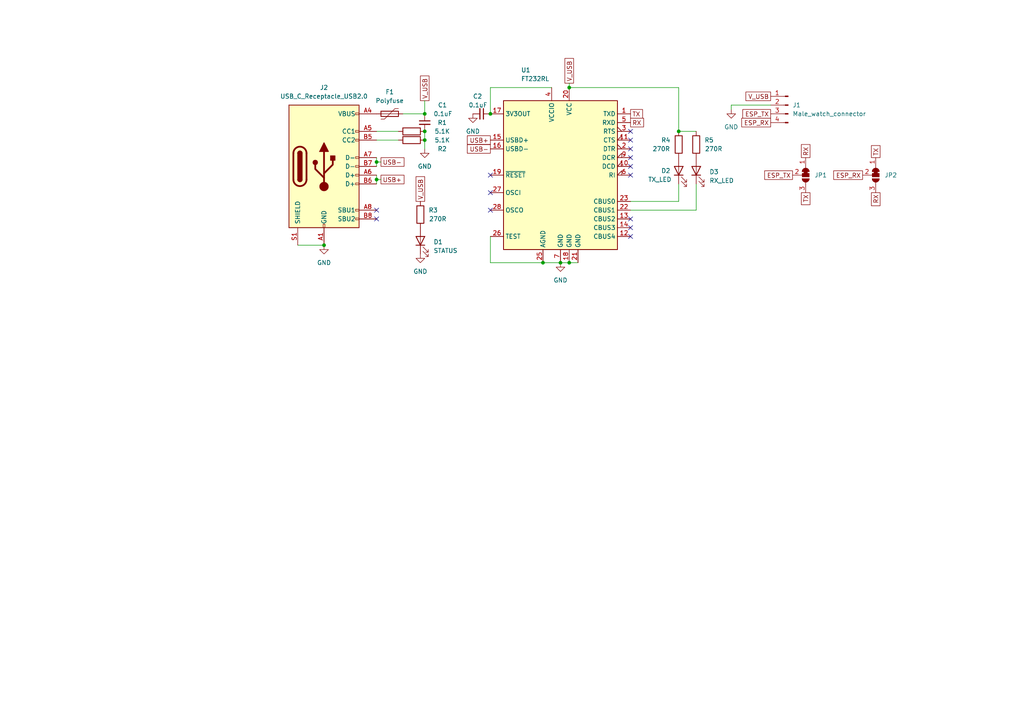
<source format=kicad_sch>
(kicad_sch (version 20211123) (generator eeschema)
  (paper "A4")
  (lib_symbols
    (symbol "Connector:Conn_01x04_Male" (pin_names (offset 1.016) hide)
      (property "Reference" "J" (at 0 5.08 0))
      (property "Value" "Conn_01x04_Male" (at 0 -7.62 0))
      (symbol "Conn_01x04_Male_1_1"
        (polyline (pts (xy 1.27 -5.08) (xy 0.8636 -5.08)) (stroke (width 0.1524)))
        (polyline (pts (xy 1.27 -2.54) (xy 0.8636 -2.54)) (stroke (width 0.1524)))
        (polyline (pts (xy 1.27 0) (xy 0.8636 0)) (stroke (width 0.1524)))
        (polyline (pts (xy 1.27 2.54) (xy 0.8636 2.54)) (stroke (width 0.1524)))
        (rectangle (start 0.8636 -4.953) (end 0 -5.207) (stroke (width 0.1524)) (fill (type outline)))
        (rectangle (start 0.8636 -2.413) (end 0 -2.667) (stroke (width 0.1524)) (fill (type outline)))
        (rectangle (start 0.8636 0.127) (end 0 -0.127) (stroke (width 0.1524)) (fill (type outline)))
        (rectangle (start 0.8636 2.667) (end 0 2.413) (stroke (width 0.1524)) (fill (type outline)))
        (pin passive line (at 5.08 2.54 180) (length 3.81) (name "Pin_1") (number "1"))
        (pin passive line (at 5.08 0 180) (length 3.81) (name "Pin_2") (number "2"))
        (pin passive line (at 5.08 -2.54 180) (length 3.81) (name "Pin_3") (number "3"))
        (pin passive line (at 5.08 -5.08 180) (length 3.81) (name "Pin_4") (number "4"))
      )
    )
    (symbol "Connector:USB_C_Receptacle_USB2.0" (pin_names (offset 1.016))
      (property "Reference" "J" (at -10.16 19.05 0))
      (property "Value" "USB_C_Receptacle_USB2.0" (at 19.05 19.05 0))
      (symbol "USB_C_Receptacle_USB2.0_0_0"
        (rectangle (start -0.254 -17.78) (end 0.254 -16.764))
        (rectangle (start 10.16 -14.986) (end 9.144 -15.494))
        (rectangle (start 10.16 -12.446) (end 9.144 -12.954))
        (rectangle (start 10.16 -4.826) (end 9.144 -5.334))
        (rectangle (start 10.16 -2.286) (end 9.144 -2.794))
        (rectangle (start 10.16 0.254) (end 9.144 -0.254))
        (rectangle (start 10.16 2.794) (end 9.144 2.286))
        (rectangle (start 10.16 7.874) (end 9.144 7.366))
        (rectangle (start 10.16 10.414) (end 9.144 9.906))
        (rectangle (start 10.16 15.494) (end 9.144 14.986))
      )
      (symbol "USB_C_Receptacle_USB2.0_0_1"
        (rectangle (start -10.16 17.78) (end 10.16 -17.78) (stroke (width 0.254)) (fill (type background)))
        (arc (start -8.89 -3.81) (mid -6.985 -5.715) (end -5.08 -3.81) (stroke (width 0.508)))
        (arc (start -7.62 -3.81) (mid -6.985 -4.445) (end -6.35 -3.81) (stroke (width 0.254)))
        (arc (start -7.62 -3.81) (mid -6.985 -4.445) (end -6.35 -3.81) (stroke (width 0.254)) (fill (type outline)))
        (rectangle (start -7.62 -3.81) (end -6.35 3.81) (stroke (width 0.254)) (fill (type outline)))
        (arc (start -6.35 3.81) (mid -6.985 4.445) (end -7.62 3.81) (stroke (width 0.254)))
        (arc (start -6.35 3.81) (mid -6.985 4.445) (end -7.62 3.81) (stroke (width 0.254)) (fill (type outline)))
        (arc (start -5.08 3.81) (mid -6.985 5.715) (end -8.89 3.81) (stroke (width 0.508)))
        (circle (center -2.54 1.143) (radius 0.635) (stroke (width 0.254)) (fill (type outline)))
        (circle (center 0 -5.842) (radius 1.27) (fill (type outline)))
        (polyline (pts (xy -8.89 -3.81) (xy -8.89 3.81)) (stroke (width 0.508)))
        (polyline (pts (xy -5.08 3.81) (xy -5.08 -3.81)) (stroke (width 0.508)))
        (polyline (pts (xy 0 -5.842) (xy 0 4.318)) (stroke (width 0.508)))
        (polyline (pts (xy 0 -3.302) (xy -2.54 -0.762) (xy -2.54 0.508)) (stroke (width 0.508)))
        (polyline (pts (xy 0 -2.032) (xy 2.54 0.508) (xy 2.54 1.778)) (stroke (width 0.508)))
        (polyline (pts (xy -1.27 4.318) (xy 0 6.858) (xy 1.27 4.318) (xy -1.27 4.318)) (stroke (width 0.254)) (fill (type outline)))
        (rectangle (start 1.905 1.778) (end 3.175 3.048) (stroke (width 0.254)) (fill (type outline)))
      )
      (symbol "USB_C_Receptacle_USB2.0_1_1"
        (pin passive line (at 0 -22.86 90) (length 5.08) (name "GND") (number "A1"))
        (pin passive line (at 0 -22.86 90) (length 5.08) hide (name "GND") (number "A12"))
        (pin passive line (at 15.24 15.24 180) (length 5.08) (name "VBUS") (number "A4"))
        (pin bidirectional line (at 15.24 10.16 180) (length 5.08) (name "CC1") (number "A5"))
        (pin bidirectional line (at 15.24 -2.54 180) (length 5.08) (name "D+") (number "A6"))
        (pin bidirectional line (at 15.24 2.54 180) (length 5.08) (name "D-") (number "A7"))
        (pin bidirectional line (at 15.24 -12.7 180) (length 5.08) (name "SBU1") (number "A8"))
        (pin passive line (at 15.24 15.24 180) (length 5.08) hide (name "VBUS") (number "A9"))
        (pin passive line (at 0 -22.86 90) (length 5.08) hide (name "GND") (number "B1"))
        (pin passive line (at 0 -22.86 90) (length 5.08) hide (name "GND") (number "B12"))
        (pin passive line (at 15.24 15.24 180) (length 5.08) hide (name "VBUS") (number "B4"))
        (pin bidirectional line (at 15.24 7.62 180) (length 5.08) (name "CC2") (number "B5"))
        (pin bidirectional line (at 15.24 -5.08 180) (length 5.08) (name "D+") (number "B6"))
        (pin bidirectional line (at 15.24 0 180) (length 5.08) (name "D-") (number "B7"))
        (pin bidirectional line (at 15.24 -15.24 180) (length 5.08) (name "SBU2") (number "B8"))
        (pin passive line (at 15.24 15.24 180) (length 5.08) hide (name "VBUS") (number "B9"))
        (pin passive line (at -7.62 -22.86 90) (length 5.08) (name "SHIELD") (number "S1"))
      )
    )
    (symbol "Device:C_Small" (pin_numbers hide) (pin_names (offset 0.254) hide)
      (property "Reference" "C" (at 0.254 1.778 0))
      (property "Value" "C_Small" (at 0.254 -2.032 0))
      (symbol "C_Small_0_1"
        (polyline (pts (xy -1.524 -0.508) (xy 1.524 -0.508)) (stroke (width 0.3302)))
        (polyline (pts (xy -1.524 0.508) (xy 1.524 0.508)) (stroke (width 0.3048)))
      )
      (symbol "C_Small_1_1"
        (pin passive line (at 0 2.54 270) (length 2.032) (name "~") (number "1"))
        (pin passive line (at 0 -2.54 90) (length 2.032) (name "~") (number "2"))
      )
    )
    (symbol "Device:LED" (pin_numbers hide) (pin_names (offset 1.016) hide)
      (property "Reference" "D" (at 0 2.54 0))
      (property "Value" "LED" (at 0 -2.54 0))
      (symbol "LED_0_1"
        (polyline (pts (xy -1.27 -1.27) (xy -1.27 1.27)) (stroke (width 0.254)))
        (polyline (pts (xy -1.27 0) (xy 1.27 0)))
        (polyline (pts (xy 1.27 -1.27) (xy 1.27 1.27) (xy -1.27 0) (xy 1.27 -1.27)) (stroke (width 0.254)))
        (polyline (pts (xy -3.048 -0.762) (xy -4.572 -2.286) (xy -3.81 -2.286) (xy -4.572 -2.286) (xy -4.572 -1.524)))
        (polyline (pts (xy -1.778 -0.762) (xy -3.302 -2.286) (xy -2.54 -2.286) (xy -3.302 -2.286) (xy -3.302 -1.524)))
      )
      (symbol "LED_1_1"
        (pin passive line (at -3.81 0 0) (length 2.54) (name "K") (number "1"))
        (pin passive line (at 3.81 0 180) (length 2.54) (name "A") (number "2"))
      )
    )
    (symbol "Device:Polyfuse" (pin_numbers hide) (pin_names (offset 0))
      (property "Reference" "F" (at -2.54 0 90))
      (property "Value" "Polyfuse" (at 2.54 0 90))
      (symbol "Polyfuse_0_1"
        (rectangle (start -0.762 2.54) (end 0.762 -2.54) (stroke (width 0.254)))
        (polyline (pts (xy 0 2.54) (xy 0 -2.54)))
        (polyline (pts (xy -1.524 2.54) (xy -1.524 1.524) (xy 1.524 -1.524) (xy 1.524 -2.54)))
      )
      (symbol "Polyfuse_1_1"
        (pin passive line (at 0 3.81 270) (length 1.27) (name "~") (number "1"))
        (pin passive line (at 0 -3.81 90) (length 1.27) (name "~") (number "2"))
      )
    )
    (symbol "Device:R" (pin_numbers hide) (pin_names (offset 0))
      (property "Reference" "R" (at 2.032 0 90))
      (property "Value" "R" (at 0 0 90))
      (symbol "R_0_1"
        (rectangle (start -1.016 -2.54) (end 1.016 2.54) (stroke (width 0.254)))
      )
      (symbol "R_1_1"
        (pin passive line (at 0 3.81 270) (length 1.27) (name "~") (number "1"))
        (pin passive line (at 0 -3.81 90) (length 1.27) (name "~") (number "2"))
      )
    )
    (symbol "Interface_USB:FT232RL"
      (property "Reference" "U" (at -16.51 22.86 0))
      (property "Value" "FT232RL" (at 10.16 22.86 0))
      (symbol "FT232RL_0_1"
        (rectangle (start -16.51 21.59) (end 16.51 -21.59) (stroke (width 0.254)) (fill (type background)))
      )
      (symbol "FT232RL_1_1"
        (pin output line (at 20.32 17.78 180) (length 3.81) (name "TXD") (number "1"))
        (pin input input_low (at 20.32 2.54 180) (length 3.81) (name "DCD") (number "10"))
        (pin input input_low (at 20.32 10.16 180) (length 3.81) (name "CTS") (number "11"))
        (pin bidirectional line (at 20.32 -17.78 180) (length 3.81) (name "CBUS4") (number "12"))
        (pin bidirectional line (at 20.32 -12.7 180) (length 3.81) (name "CBUS2") (number "13"))
        (pin bidirectional line (at 20.32 -15.24 180) (length 3.81) (name "CBUS3") (number "14"))
        (pin bidirectional line (at -20.32 10.16 0) (length 3.81) (name "USBD+") (number "15"))
        (pin bidirectional line (at -20.32 7.62 0) (length 3.81) (name "USBD-") (number "16"))
        (pin power_out line (at -20.32 17.78 0) (length 3.81) (name "3V3OUT") (number "17"))
        (pin power_in line (at 2.54 -25.4 90) (length 3.81) (name "GND") (number "18"))
        (pin input line (at -20.32 0 0) (length 3.81) (name "~{RESET}") (number "19"))
        (pin output output_low (at 20.32 7.62 180) (length 3.81) (name "DTR") (number "2"))
        (pin power_in line (at 2.54 25.4 270) (length 3.81) (name "VCC") (number "20"))
        (pin power_in line (at 5.08 -25.4 90) (length 3.81) (name "GND") (number "21"))
        (pin bidirectional line (at 20.32 -10.16 180) (length 3.81) (name "CBUS1") (number "22"))
        (pin bidirectional line (at 20.32 -7.62 180) (length 3.81) (name "CBUS0") (number "23"))
        (pin power_in line (at -5.08 -25.4 90) (length 3.81) (name "AGND") (number "25"))
        (pin input line (at -20.32 -17.78 0) (length 3.81) (name "TEST") (number "26"))
        (pin input line (at -20.32 -5.08 0) (length 3.81) (name "OSCI") (number "27"))
        (pin output line (at -20.32 -10.16 0) (length 3.81) (name "OSCO") (number "28"))
        (pin output output_low (at 20.32 12.7 180) (length 3.81) (name "RTS") (number "3"))
        (pin power_in line (at -2.54 25.4 270) (length 3.81) (name "VCCIO") (number "4"))
        (pin input line (at 20.32 15.24 180) (length 3.81) (name "RXD") (number "5"))
        (pin input input_low (at 20.32 0 180) (length 3.81) (name "RI") (number "6"))
        (pin power_in line (at 0 -25.4 90) (length 3.81) (name "GND") (number "7"))
        (pin input input_low (at 20.32 5.08 180) (length 3.81) (name "DCR") (number "9"))
      )
    )
    (symbol "Jumper:SolderJumper_3_Bridged12" (pin_names (offset 0) hide)
      (property "Reference" "JP" (at -2.54 -2.54 0))
      (property "Value" "SolderJumper_3_Bridged12" (at 0 2.794 0))
      (symbol "SolderJumper_3_Bridged12_0_1"
        (rectangle (start -1.016 0.508) (end -0.508 -0.508) (fill (type outline)))
        (arc (start -1.016 1.016) (mid -2.032 0) (end -1.016 -1.016))
        (arc (start -1.016 1.016) (mid -2.032 0) (end -1.016 -1.016) (fill (type outline)))
        (rectangle (start -0.508 1.016) (end 0.508 -1.016) (fill (type outline)))
        (polyline (pts (xy -2.54 0) (xy -2.032 0)))
        (polyline (pts (xy -1.016 1.016) (xy -1.016 -1.016)))
        (polyline (pts (xy 0 -1.27) (xy 0 -1.016)))
        (polyline (pts (xy 1.016 1.016) (xy 1.016 -1.016)))
        (polyline (pts (xy 2.54 0) (xy 2.032 0)))
        (arc (start 1.016 -1.016) (mid 2.032 0) (end 1.016 1.016))
        (arc (start 1.016 -1.016) (mid 2.032 0) (end 1.016 1.016) (fill (type outline)))
      )
      (symbol "SolderJumper_3_Bridged12_1_1"
        (pin passive line (at -5.08 0 0) (length 2.54) (name "A") (number "1"))
        (pin passive line (at 0 -3.81 90) (length 2.54) (name "C") (number "2"))
        (pin passive line (at 5.08 0 180) (length 2.54) (name "B") (number "3"))
      )
    )
    (symbol "power:GND" (power) (pin_names (offset 0))
      (property "Value" "GND" (at 0 -3.81 0))
      (symbol "GND_0_1"
        (polyline (pts (xy 0 0) (xy 0 -1.27) (xy 1.27 -1.27) (xy 0 -2.54) (xy -1.27 -1.27) (xy 0 -1.27)))
      )
      (symbol "GND_1_1"
        (pin power_in line (at 0 0 270) (length 0) hide (name "GND") (number "1"))
      )
    )
  )
  (junction (at 157.48 76.2))
  (junction (at 142.24 33.02))
  (junction (at 165.1 76.2))
  (junction (at 123.19 38.1))
  (junction (at 123.19 33.02))
  (junction (at 165.1 25.4))
  (junction (at 93.98 71.12))
  (junction (at 162.56 76.2))
  (junction (at 109.22 52.07))
  (junction (at 109.22 46.99))
  (junction (at 196.85 38.1))
  (junction (at 123.19 40.64))
  (no_connect (at 109.22 63.5))
  (no_connect (at 109.22 60.96))
  (no_connect (at 142.24 60.96))
  (no_connect (at 142.24 55.88))
  (no_connect (at 142.24 50.8))
  (no_connect (at 182.88 63.5))
  (no_connect (at 182.88 66.04))
  (no_connect (at 182.88 68.58))
  (no_connect (at 182.88 50.8))
  (no_connect (at 182.88 48.26))
  (no_connect (at 182.88 45.72))
  (no_connect (at 182.88 43.18))
  (no_connect (at 182.88 40.64))
  (no_connect (at 182.88 38.1))
  (wire (pts (xy 115.57 38.1) (xy 109.22 38.1)))
  (wire (pts (xy 109.22 40.64) (xy 115.57 40.64)))
  (wire (pts (xy 212.09 30.48) (xy 212.09 31.75)))
  (wire (pts (xy 109.22 52.07) (xy 110.49 52.07)))
  (wire (pts (xy 165.1 76.2) (xy 167.64 76.2)))
  (wire (pts (xy 109.22 50.8) (xy 109.22 52.07)))
  (wire (pts (xy 201.93 60.96) (xy 201.93 53.34)))
  (wire (pts (xy 160.02 25.4) (xy 142.24 25.4)))
  (wire (pts (xy 182.88 60.96) (xy 201.93 60.96)))
  (wire (pts (xy 142.24 25.4) (xy 142.24 33.02)))
  (wire (pts (xy 123.19 38.1) (xy 123.19 40.64)))
  (wire (pts (xy 196.85 53.34) (xy 196.85 58.42)))
  (wire (pts (xy 109.22 45.72) (xy 109.22 46.99)))
  (wire (pts (xy 157.48 76.2) (xy 162.56 76.2)))
  (wire (pts (xy 109.22 46.99) (xy 110.49 46.99)))
  (wire (pts (xy 165.1 24.13) (xy 165.1 25.4)))
  (wire (pts (xy 142.24 76.2) (xy 157.48 76.2)))
  (wire (pts (xy 165.1 25.4) (xy 196.85 25.4)))
  (wire (pts (xy 109.22 46.99) (xy 109.22 48.26)))
  (wire (pts (xy 162.56 76.2) (xy 165.1 76.2)))
  (wire (pts (xy 123.19 33.02) (xy 123.19 29.21)))
  (wire (pts (xy 116.84 33.02) (xy 123.19 33.02)))
  (wire (pts (xy 142.24 68.58) (xy 142.24 76.2)))
  (wire (pts (xy 196.85 25.4) (xy 196.85 38.1)))
  (wire (pts (xy 109.22 52.07) (xy 109.22 53.34)))
  (wire (pts (xy 223.52 30.48) (xy 212.09 30.48)))
  (wire (pts (xy 123.19 43.18) (xy 123.19 40.64)))
  (wire (pts (xy 196.85 58.42) (xy 182.88 58.42)))
  (wire (pts (xy 196.85 38.1) (xy 201.93 38.1)))
  (wire (pts (xy 86.36 71.12) (xy 93.98 71.12)))
  (global_label "V_USB" (shape passive) (at 165.1 24.13 90) (property "Intersheet References" "${INTERSHEET_REFS}" (effects hide)))
  (global_label "ESP_TX" (shape passive) (at 229.87 50.8 180) (property "Intersheet References" "${INTERSHEET_REFS}" (effects hide)))
  (global_label "USB+" (shape passive) (at 142.24 40.64 180) (property "Intersheet References" "${INTERSHEET_REFS}" (effects hide)))
  (global_label "RX" (shape passive) (at 182.88 35.56 0) (property "Intersheet References" "${INTERSHEET_REFS}" (effects hide)))
  (global_label "ESP_RX" (shape passive) (at 250.19 50.8 180) (property "Intersheet References" "${INTERSHEET_REFS}" (effects hide)))
  (global_label "ESP_RX" (shape passive) (at 223.52 35.56 180) (property "Intersheet References" "${INTERSHEET_REFS}" (effects hide)))
  (global_label "ESP_TX" (shape passive) (at 223.52 33.02 180) (property "Intersheet References" "${INTERSHEET_REFS}" (effects hide)))
  (global_label "TX" (shape passive) (at 254 45.72 90) (property "Intersheet References" "${INTERSHEET_REFS}" (effects hide)))
  (global_label "TX" (shape passive) (at 182.88 33.02 0) (property "Intersheet References" "${INTERSHEET_REFS}" (effects hide)))
  (global_label "RX" (shape passive) (at 233.68 45.72 90) (property "Intersheet References" "${INTERSHEET_REFS}" (effects hide)))
  (global_label "V_USB" (shape passive) (at 123.19 29.21 90) (property "Intersheet References" "${INTERSHEET_REFS}" (effects hide)))
  (global_label "V_USB" (shape passive) (at 223.52 27.94 180) (property "Intersheet References" "${INTERSHEET_REFS}" (effects hide)))
  (global_label "TX" (shape passive) (at 233.68 55.88 270) (property "Intersheet References" "${INTERSHEET_REFS}" (effects hide)))
  (global_label "USB-" (shape passive) (at 142.24 43.18 180) (property "Intersheet References" "${INTERSHEET_REFS}" (effects hide)))
  (global_label "V_USB" (shape passive) (at 121.92 58.42 90) (property "Intersheet References" "${INTERSHEET_REFS}" (effects hide)))
  (global_label "RX" (shape passive) (at 254 55.88 270) (property "Intersheet References" "${INTERSHEET_REFS}" (effects hide)))
  (global_label "USB-" (shape passive) (at 110.49 46.99 0) (property "Intersheet References" "${INTERSHEET_REFS}" (effects hide)))
  (global_label "USB+" (shape passive) (at 110.49 52.07 0) (property "Intersheet References" "${INTERSHEET_REFS}" (effects hide)))
  (symbol (lib_id "Device:C_Small") (at 123.19 35.56 0) (unit 1)
    (property "Reference" "C1" (at 127 30.48 0) (effects (justify left)))
    (property "Value" "0.1uF" (at 125.73 33.02 0) (effects (justify left)))
    (property "Footprint" "Capacitor_SMD:C_0402_1005Metric" (effects hide))
    (property "MPN_LCSC" "C258109" (effects hide))
    (property "Price_LCSC" "0.0005" (effects hide))
    (property "LCSCLink" "https://lcsc.com/product-detail/Chip-Resistor-Surface-Mount_FH-Guangdong-Fenghua-Advanced-Tech-RC-02W101JT_C258109.html" (effects hide))
  )
  (symbol (lib_id "Jumper:SolderJumper_3_Bridged12") (at 254 50.8 270) (unit 1)
    (property "Reference" "JP2" (at 256.54 50.7999 90) (effects (justify left)))
    (property "Value" "SolderJumper_3_Bridged12" (effects hide))
    (property "Footprint" "Jumper:SolderJumper-3_P1.3mm_Bridged2Bar12_RoundedPad1.0x1.5mm" (effects hide))
  )
  (symbol (lib_id "Device:R") (at 119.38 40.64 270) (unit 1)
    (property "Reference" "R2" (at 128.27 43.18 90))
    (property "Value" "5.1K" (at 128.27 40.64 90))
    (property "Footprint" "Resistor_SMD:R_0402_1005Metric" (effects hide))
  )
  (symbol (lib_id "Interface_USB:FT232RL") (at 162.56 50.8 0) (unit 1)
    (property "Reference" "U1" (at 151.13 20.32 0) (effects (justify left)))
    (property "Value" "FT232RL" (at 151.13 22.86 0) (effects (justify left)))
    (property "Footprint" "Package_SO:SSOP-28_5.3x10.2mm_P0.65mm" (effects hide))
    (property "Datasheet" "https://www.ftdichip.com/Support/Documents/DataSheets/ICs/DS_FT232R.pdf" (effects hide))
  )
  (symbol (lib_id "Device:R") (at 196.85 41.91 0) (unit 1)
    (property "Reference" "R4" (at 191.77 40.64 0) (effects (justify left)))
    (property "Value" "270R" (at 189.23 43.18 0) (effects (justify left)))
    (property "Footprint" "Resistor_SMD:R_0402_1005Metric" (effects hide))
  )
  (symbol (lib_id "power:GND") (at 212.09 31.75 0) (unit 1)
    (property "Reference" "#PWR0106" (effects hide))
    (property "Value" "GND" (at 212.09 36.83 0))
  )
  (symbol (lib_id "Device:Polyfuse") (at 113.03 33.02 90) (unit 1)
    (property "Reference" "F1" (at 113.03 26.67 90))
    (property "Value" "Polyfuse" (at 113.03 29.21 90))
    (property "Footprint" "Fuse:Fuse_0603_1608Metric" (effects hide))
  )
  (symbol (lib_id "power:GND") (at 137.16 33.02 0) (unit 1)
    (property "Reference" "#PWR0104" (effects hide))
    (property "Value" "GND" (at 137.16 38.1 0))
  )
  (symbol (lib_id "Device:R") (at 201.93 41.91 0) (mirror y) (unit 1)
    (property "Reference" "R5" (at 207.01 40.64 0) (effects (justify left)))
    (property "Value" "270R" (at 209.55 43.18 0) (effects (justify left)))
    (property "Footprint" "Resistor_SMD:R_0402_1005Metric" (effects hide))
  )
  (symbol (lib_id "Device:R") (at 121.92 62.23 0) (mirror y) (unit 1)
    (property "Reference" "R3" (at 127 60.96 0) (effects (justify left)))
    (property "Value" "270R" (at 129.54 63.5 0) (effects (justify left)))
    (property "Footprint" "Resistor_SMD:R_0402_1005Metric" (effects hide))
  )
  (symbol (lib_id "Device:LED") (at 121.92 69.85 90) (unit 1)
    (property "Reference" "D1" (at 125.73 70.1674 90) (effects (justify right)))
    (property "Value" "STATUS" (at 125.73 72.7074 90) (effects (justify right)))
    (property "Footprint" "LED_SMD:LED_0603_1608Metric" (effects hide))
  )
  (symbol (lib_id "power:GND") (at 123.19 43.18 0) (unit 1)
    (property "Reference" "#PWR0101" (effects hide))
    (property "Value" "GND" (at 123.19 48.26 0))
  )
  (symbol (lib_id "Device:R") (at 119.38 38.1 90) (unit 1)
    (property "Reference" "R1" (at 128.27 35.56 90))
    (property "Value" "5.1K" (at 128.27 38.1 90))
    (property "Footprint" "Resistor_SMD:R_0402_1005Metric" (effects hide))
  )
  (symbol (lib_id "Jumper:SolderJumper_3_Bridged12") (at 233.68 50.8 270) (unit 1)
    (property "Reference" "JP1" (at 236.22 50.7999 90) (effects (justify left)))
    (property "Value" "SolderJumper_3_Bridged12" (effects hide))
    (property "Footprint" "Jumper:SolderJumper-3_P1.3mm_Bridged2Bar12_RoundedPad1.0x1.5mm" (effects hide))
  )
  (symbol (lib_id "Connector:USB_C_Receptacle_USB2.0") (at 93.98 48.26 0) (unit 1)
    (property "Reference" "J2" (at 93.98 25.4 0))
    (property "Value" "USB_C_Receptacle_USB2.0" (at 93.98 27.94 0))
    (property "Footprint" "Connector_USB:USB_C_Receptacle_XKB_U262-16XN-4BVC11" (effects hide))
    (property "Datasheet" "https://www.usb.org/sites/default/files/documents/usb_type-c.zip" (effects hide))
  )
  (symbol (lib_id "power:GND") (at 121.92 73.66 0) (unit 1)
    (property "Reference" "#PWR0103" (effects hide))
    (property "Value" "GND" (at 121.92 78.74 0))
  )
  (symbol (lib_id "power:GND") (at 93.98 71.12 0) (unit 1)
    (property "Reference" "#PWR0102" (effects hide))
    (property "Value" "GND" (at 93.98 76.2 0))
  )
  (symbol (lib_id "Connector:Conn_01x04_Male") (at 228.6 30.48 0) (mirror y) (unit 1)
    (property "Reference" "J1" (at 229.87 30.4799 0) (effects (justify right)))
    (property "Value" "Male_watch_connector" (at 229.87 33.0199 0) (effects (justify right)))
    (property "Footprint" "Connector_PinHeader_2.54mm:PinHeader_1x04_P2.54mm_Vertical" (effects hide))
  )
  (symbol (lib_id "Device:LED") (at 201.93 49.53 90) (unit 1)
    (property "Reference" "D3" (at 205.74 49.8474 90) (effects (justify right)))
    (property "Value" "RX_LED" (at 205.74 52.3874 90) (effects (justify right)))
    (property "Footprint" "LED_SMD:LED_0603_1608Metric" (effects hide))
  )
  (symbol (lib_id "Device:LED") (at 196.85 49.53 90) (unit 1)
    (property "Reference" "D2" (at 191.77 49.53 90) (effects (justify right)))
    (property "Value" "TX_LED" (at 187.96 52.07 90) (effects (justify right)))
    (property "Footprint" "LED_SMD:LED_0603_1608Metric" (effects hide))
  )
  (symbol (lib_id "Device:C_Small") (at 139.7 33.02 270) (unit 1)
    (property "Reference" "C2" (at 137.16 27.94 90) (effects (justify left)))
    (property "Value" "0.1uF" (at 135.89 30.48 90) (effects (justify left)))
    (property "Footprint" "Capacitor_SMD:C_0402_1005Metric" (effects hide))
    (property "MPN_LCSC" "C258109" (effects hide))
    (property "Price_LCSC" "0.0005" (effects hide))
    (property "LCSCLink" "https://lcsc.com/product-detail/Chip-Resistor-Surface-Mount_FH-Guangdong-Fenghua-Advanced-Tech-RC-02W101JT_C258109.html" (effects hide))
  )
  (symbol (lib_id "power:GND") (at 162.56 76.2 0) (unit 1)
    (property "Reference" "#PWR0105" (effects hide))
    (property "Value" "GND" (at 162.56 81.28 0))
  )
)
</source>
